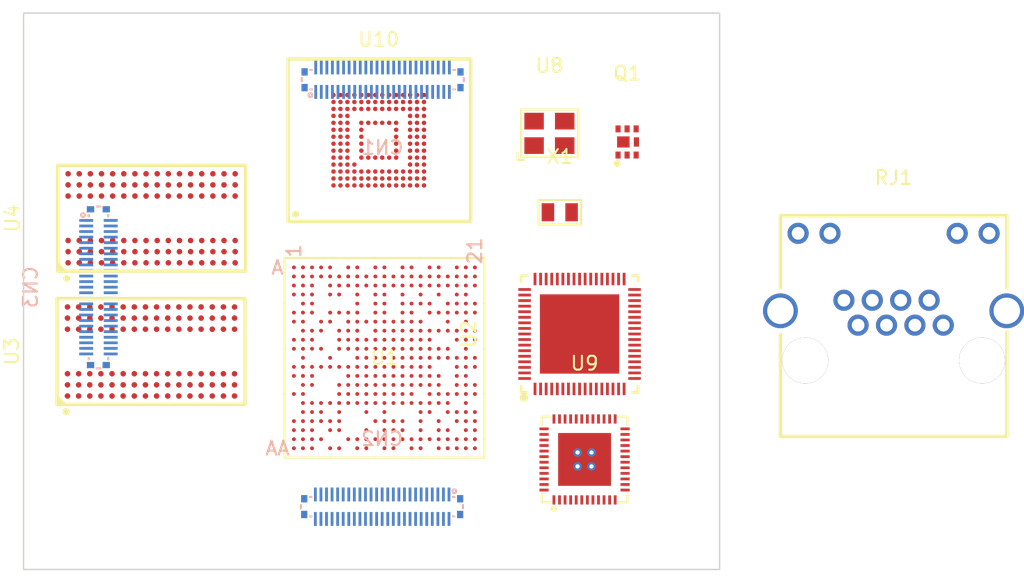
<source format=kicad_pcb>
(kicad_pcb (version 20241229) (generator "pcbnew") (generator_version "9.0")
  (layers (0 "F.Cu" signal) (4 "In1.Cu" signal) (6 "In2.Cu" signal) (8 "In3.Cu" signal) (10 "In4.Cu" signal) (2 "B.Cu" signal) (13 "F.Paste" user) (15 "B.Paste" user) (5 "F.SilkS" user "F.Silkscreen") (7 "B.SilkS" user "B.Silkscreen") (1 "F.Mask" user) (3 "B.Mask" user) (25 "Edge.Cuts" user))
  (net 0 "")
  (net 64 "SDQ29")
  (net 65 "SDQ25")
  (net 69 "SDQ21")
  (net 70 "SDQ17")
  (net 73 "GND")
  (net 76 "SDQ9")
  (net 77 "SDQ10")
  (net 83 "SDQ8")
  (net 84 "SDQ11")
  (net 88 "SDQ12")
  (net 91 "SDQ13")
  (net 92 "SDQ15")
  (net 95 "SDQ14")
  (net 102 "SDQ0")
  (net 105 "SDQ2")
  (net 106 "SDQ1")
  (net 107 "SDQ4")
  (net 113 "SDQ5")
  (net 114 "SDQ6")
  (net 115 "SDQ7")
  (net 116 "SDQ3")
  (net 117 "SDQ28")
  (net 118 "SDQ24")
  (net 119 "SDQ19")
  (net 120 "SDQ31")
  (net 121 "SDQ30")
  (net 122 "SDQ27")
  (net 123 "SDQ26")
  (net 124 "SDQ23")
  (net 127 "SDQ22")
  (net 128 "SDQ20")
  (net 129 "SDQ18")
  (net 130 "SDQ16")
  (net 136 "DDR_A0")
  (net 137 "DDR_A14")
  (net 138 "DDR_A11")
  (net 139 "DDR_A10")
  (net 140 "DDR_A12")
  (net 141 "DDR_A1")
  (net 142 "DDR_A13")
  (net 143 "DDR_A7")
  (net 144 "DDR_A2")
  (net 145 "DDR_A3")
  (net 146 "DDR_A4")
  (net 147 "DDR_A8")
  (net 148 "DDR_A9")
  (net 149 "DDR_A5")
  (net 150 "DDR_A6")
  (net 151 "VCC3V3")
  (net 152 "VCC1V2_SYS")
  (net 153 "VCC1V2_CPU")
  (net 154 "Net-(L3-Pad1)")
  (net 155 "PWR_ON")
  (net 156 "CHG_LED")
  (net 157 "ELDO2")
  (net 166 "LINEIN_R")
  (net 167 "LINEIN_L")
  (net 168 "LINEOUT_R")
  (net 169 "LINEOUT_L")
  (net 170 "MICIN_2+")
  (net 171 "MICIN_2-")
  (net 172 "MICIN_1+")
  (net 173 "MICIN_1-")
  (net 175 "ENET_LED2")
  (net 176 "ENET_LED1")
  (net 177 "ENET_LED0")
  (net 178 "Net-(U9-REG_OUT)")
  (net 191 "+BATT")
  (net 192 "ELDO3")
  (net 193 "NTC")
  (net 194 "AXP_PWROK")
  (net 195 "ELDO1")
  (net 196 "/Power/CHSENCEN")
  (net 197 "/Power/IPSOUT")
  (net 198 "/Power/N_BATDRV")
  (net 199 "AXP_IRQ")
  (net 200 "VCC_RTC")
  (net 202 "/RAM/SDQM1")
  (net 203 "/RAM/SDQS1_N")
  (net 204 "/RAM/SDQS1_P")
  (net 205 "/RAM/SDQM0")
  (net 206 "/RAM/SDQS0_P")
  (net 207 "/RAM/SDQS0_N")
  (net 208 "/RAM/SVREF")
  (net 209 "/RAM/SBA1")
  (net 210 "/RAM/SCAS")
  (net 211 "/RAM/SRST")
  (net 213 "Net-(U1C-SZQ)")
  (net 215 "/RAM/SRAS")
  (net 216 "/RAM/SBA2")
  (net 218 "/RAM/SODT0")
  (net 219 "/RAM/SWE")
  (net 220 "/RAM/SBA0")
  (net 221 "/RAM/SCS0")
  (net 224 "/RAM/SDQS3_N")
  (net 226 "/RAM/SDQS3_P")
  (net 227 "/RAM/SDQM3")
  (net 228 "/RAM/SDQS2_P")
  (net 229 "/RAM/SDQM2")
  (net 230 "/RAM/SCK_P")
  (net 231 "/RAM/SCK_N")
  (net 232 "/RAM/SCKE0")
  (net 233 "Net-(U3-ZQ)")
  (net 240 "+5V")
  (net 241 "VCC1V5_DRAM")
  (net 242 "USB0_D+")
  (net 243 "USB2_D+")
  (net 244 "USB2_D-")
  (net 245 "Net-(U1H-PC5{slash}NAND_RE)")
  (net 246 "SDC0_D0")
  (net 247 "RGMII_RXCK")
  (net 248 "USB0_D-")
  (net 249 "USB1_D+")
  (net 250 "USB1_D-")
  (net 251 "USB3_D+")
  (net 252 "USB3_D-")
  (net 253 "/Storage/EMMC_DQ4")
  (net 254 "/Storage/EMMC_DQ0")
  (net 255 "/Storage/EMMC_DQ5")
  (net 256 "RGMII_RXD1")
  (net 258 "/Storage/EMMC_DQ1")
  (net 259 "/Storage/EMMC_DQ3")
  (net 260 "/Storage/EMMC_DQ7")
  (net 261 "SDC0_D2")
  (net 262 "RGMII_RXD3")
  (net 263 "/Storage/EMMC_DQ2")
  (net 264 "SDC0_D1")
  (net 265 "SDC0_CLK")
  (net 266 "/Storage/EMMC_CMD")
  (net 267 "RGMII_TXD3")
  (net 268 "RGMII_TXCK")
  (net 269 "RGMII_TXD2")
  (net 270 "SDC0_D3")
  (net 271 "/Storage/EMMC_DQ6")
  (net 272 "SDC0_CMD")
  (net 273 "RGMII_RXCTL")
  (net 275 "RGMII_TXD1")
  (net 276 "SDC0_DET")
  (net 277 "/Storage/EMMC_RST")
  (net 278 "RGMII_RXD2")
  (net 279 "RGMII_RXD0")
  (net 280 "RGMII_TXD0")
  (net 281 "RGMII_TXCTL")
  (net 282 "RGMII_CLKIN")
  (net 284 "RGMII_MDC")
  (net 285 "MDIO")
  (net 286 "Net-(U2A-GPIO0)")
  (net 291 "VCC_3V3_ANALOG")
  (net 292 "/Power/LX_CHG")
  (net 293 "Net-(U2A-GPIO1{slash}PWREN)")
  (net 294 "AXP_SCL")
  (net 295 "AXP_SDA")
  (net 296 "/Power/CHSENCEP")
  (net 298 "Net-(L1-Pad1)")
  (net 299 "Net-(U2B-DC1SW)")
  (net 300 "Net-(U2A-VREF)")
  (net 302 "Net-(U2A-VINT)")
  (net 304 "Net-(U1A-X24MOUT)")
  (net 305 "Net-(U1A-X24MIN)")
  (net 306 "Net-(U2B-LX1)")
  (net 307 "Net-(U1A-X32KOUT)")
  (net 308 "Net-(U1A-X32KIN)")
  (net 311 "Net-(U4-ZQ)")
  (net 359 "/Storage/EMMC_CLK")
  (net 390 "Net-(U10A-VDDI)")
  (net 438 "HTX0-")
  (net 439 "HTX0+")
  (net 440 "HTX1-")
  (net 441 "HTX1+")
  (net 442 "HTX2-")
  (net 443 "HTX2+")
  (net 444 "HTXC-")
  (net 445 "HTXC+")
  (net 446 "HCEC")
  (net 447 "HHPD")
  (net 448 "HSCL")
  (net 449 "HSDA")
  (net 450 "USB0_ID")
  (net 451 "EPHY_LINK_LED")
  (net 452 "EPHY_SPD_LED")
  (net 453 "Net-(U2F-DC5LDO)")
  (net 454 "Net-(L4-Pad1)")
  (net 455 "Net-(U2F-VIN5)")
  (net 456 "Net-(U2F-DC5SET)")
  (net 457 "DLDO3")
  (net 458 "DLDO2")
  (net 459 "DLDO1")
  (net 460 "DLDO4")
  (net 463 "JTAG_MS")
  (net 464 "PA9")
  (net 465 "JTAG_DI")
  (net 466 "PA17")
  (net 467 "SPI0_CS")
  (net 468 "PA19")
  (net 469 "SPI0_MISO")
  (net 470 "PA7")
  (net 471 "PA5")
  (net 472 "PA10")
  (net 473 "JTAG_CK")
  (net 474 "UART3_RX")
  (net 475 "SPI0_MOSI")
  (net 476 "PA8")
  (net 477 "TWI0_SDA")
  (net 478 "TWI0_SCK")
  (net 479 "PA21")
  (net 480 "PA20")
  (net 481 "PA18")
  (net 482 "UART3_CTS")
  (net 483 "SPI0_CLK")
  (net 487 "UART3_TX")
  (net 488 "JTAG_DO")
  (net 489 "UART3_RTS")
  (net 490 "PA4")
  (net 491 "PA6")
  (net 492 "RGMII_MDIO")
  (net 493 "ENET_MDI3-")
  (net 494 "ENET_MDI0-")
  (net 495 "ENET_MDI1+")
  (net 496 "ENET_MDI0+")
  (net 497 "ENET_MDI2-")
  (net 498 "ENET_MDI3+")
  (net 499 "ENET_MDI1-")
  (net 500 "ENET_MDI2+")
  (net 515 "Net-(U9-RSET)")
  (net 518 "/Ethernet/AVDD10")
  (footprint "easyeda2kicad:DFN-6L_L2.0-W2.0-P0.65-BL_WPM1481-6" (layer "F.Cu") (at 193.3652 69.2656)
    (property "Reference" "Q1")
    (property "Value" "WPM1481-6/TR")
  )
  (footprint "H3:BGA347_H3_AWT" (layer "F.Cu") (at 175.921601 84.784)
    (property "Reference" "U1")
    (property "Value" "H3")
  )
  (footprint "easyeda2kicad:FBGA-96_L13.5-W7.5-R16-C6-P0.80-TL" (layer "F.Cu") (at 159.2004 74.752 90)
    (property "Reference" "U4")
    (property "Value" "K4B4G1646E-BYMA 4GB")
  )
  (footprint "easyeda2kicad:FBGA-96_L13.5-W7.5-R16-C6-P0.80-TL" (layer "F.Cu") (at 159.1564 84.328 90)
    (property "Reference" "U3")
    (property "Value" "K4B4G1646E-BYMA 4GB")
  )
  (footprint "easyeda2kicad:OSC-SMD_L2.0-W1.2" (layer "F.Cu") (at 188.5188 74.3204)
    (property "Reference" "X1")
    (property "Value" "X201232768KLD2SI")
  )
  (footprint "easyeda2kicad:QFN-48_L6.0-W6.0-P0.40-BL-EP3.8" (layer "F.Cu") (at 190.3 92.09)
    (property "Reference" "U9")
    (property "Value" "RTL8211E-VB-CG")
  )
  (footprint "easyeda2kicad:VFBGA-153_L13.0-W11.5-P0.50-BL_SKYHIGHMEMORY_S40FC004C1B1I00000" (layer "F.Cu") (at 175.5152 69.14)
    (property "Reference" "U10")
    (property "Value" "XT28EG32GA4YJECGA")
  )
  (footprint "easyeda2kicad:QFN-68_L8.0-W8.0-P0.40-TL-EP5.7" (layer "F.Cu") (at 189.9416 83.0704 90)
    (property "Reference" "U2")
    (property "Value" "AXP223_C2997893")
  )
  (footprint "easyeda2kicad:RJ45-TH_R-RJ45R08P-C000" (layer "F.Cu") (at 212.5 79.135)
    (property "Reference" "RJ1")
    (property "Value" "R-RJ45R08P-C000")
  )
  (footprint "easyeda2kicad:OSC-SMD_4P-L3.2-W2.5-BL" (layer "F.Cu") (at 187.7744 68.6472)
    (property "Reference" "U8")
    (property "Value" "XOS32024000LT00351005")
  )
  (footprint "easyeda2kicad:CONN-SMD_YXT-BB10-50P-02" (layer "B.Cu") (at 175.762 95.4876 180)
    (property "Reference" "CN2")
    (property "Value" "YXT-BB10-50P-02")
  )
  (footprint "easyeda2kicad:CONN-SMD_YXT-BB10-50P-02" (layer "B.Cu") (at 175.7876 64.7864)
    (property "Reference" "CN1")
    (property "Value" "YXT-BB10-50P-02")
  )
  (footprint "easyeda2kicad:CONN-SMD_YXT-BB10-50P-02" (layer "B.Cu") (at 155.3808 79.7048 -90)
    (property "Reference" "CN3")
    (property "Value" "YXT-BB10-50P-02")
  )
  (gr_rect (start 150 60) (end 200 100) (stroke (width 0.1)) (fill no) (layer "Edge.Cuts"))
)
</source>
